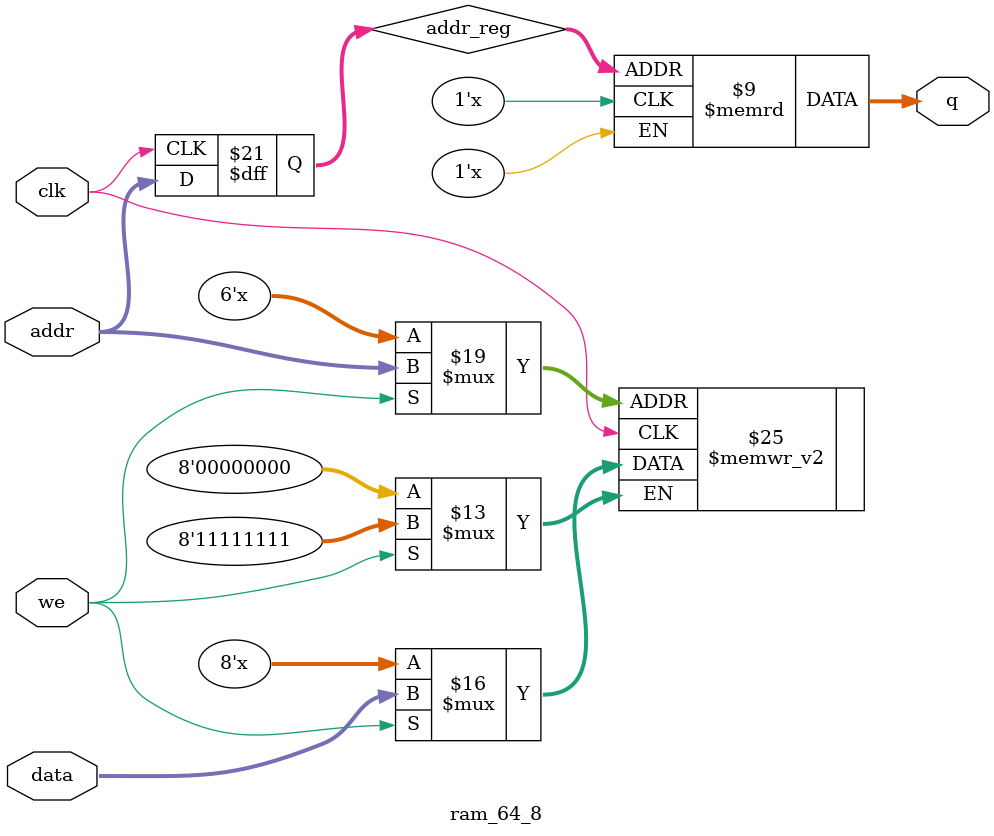
<source format=v>
`timescale 1ns / 1ps

//Single port RAM 64*8 bit
module ram_64_8(
    input [7:0] data,       //We storing 8 bit data in 64 loctions
    input [5:0] addr,     //6-bits are sufficient to address (2^6=64)
    input we,               //we (Write Enable),if it is high(1) we are writing in a RAM, if Low (0) reading from RAM
    input clk,
    output [7:0] q             //8-bit data port for output
);
    reg [7:0] ram[63:0];
    reg [5:0] addr_reg;
    
    always @(posedge clk) begin
        if (we) begin
            ram[addr] <= data;  // Write operation
            addr_reg <= addr;   
        end
        else begin
            addr_reg <= addr;   
        end
    end
    assign q = ram[addr_reg];   
endmodule
</source>
